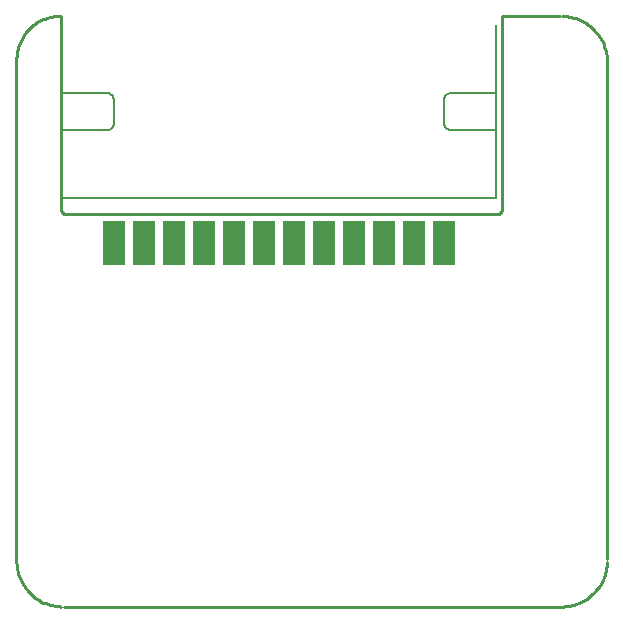
<source format=gbp>
G75*
G70*
%OFA0B0*%
%FSLAX24Y24*%
%IPPOS*%
%LPD*%
%AMOC8*
5,1,8,0,0,1.08239X$1,22.5*
%
%ADD10C,0.0100*%
%ADD11C,0.0050*%
%ADD12R,0.0760X0.1500*%
D10*
X001272Y002404D02*
X001272Y002454D01*
X001272Y019014D01*
X001272Y019038D02*
X001273Y019113D01*
X001277Y019188D01*
X001286Y019263D01*
X001298Y019337D01*
X001314Y019410D01*
X001334Y019483D01*
X001358Y019554D01*
X001385Y019624D01*
X001416Y019692D01*
X001450Y019759D01*
X001488Y019824D01*
X001529Y019887D01*
X001573Y019948D01*
X001621Y020006D01*
X001671Y020062D01*
X001724Y020115D01*
X001780Y020165D01*
X001838Y020213D01*
X001899Y020257D01*
X001962Y020298D01*
X002027Y020336D01*
X002094Y020370D01*
X002162Y020401D01*
X002232Y020428D01*
X002303Y020452D01*
X002376Y020472D01*
X002449Y020488D01*
X002523Y020500D01*
X002598Y020509D01*
X002673Y020513D01*
X002748Y020514D01*
X002748Y014018D01*
X002847Y013920D01*
X017365Y013920D01*
X017463Y014018D01*
X017463Y020514D01*
X019382Y020514D01*
X019457Y020514D02*
X019534Y020510D01*
X019611Y020503D01*
X019688Y020492D01*
X019763Y020477D01*
X019838Y020458D01*
X019912Y020436D01*
X019985Y020409D01*
X020056Y020379D01*
X020125Y020346D01*
X020193Y020309D01*
X020259Y020269D01*
X020323Y020225D01*
X020384Y020179D01*
X020443Y020129D01*
X020500Y020077D01*
X020554Y020021D01*
X020605Y019963D01*
X020653Y019903D01*
X020697Y019840D01*
X020739Y019775D01*
X020777Y019708D01*
X020812Y019639D01*
X020843Y019568D01*
X020871Y019496D01*
X020895Y019423D01*
X020916Y019348D01*
X020932Y019273D01*
X020945Y019197D01*
X020954Y019120D01*
X020959Y019043D01*
X020960Y018966D01*
X020957Y018889D01*
X020957Y002404D01*
X020957Y002329D02*
X020953Y002252D01*
X020946Y002175D01*
X020935Y002098D01*
X020920Y002023D01*
X020901Y001948D01*
X020879Y001874D01*
X020852Y001801D01*
X020822Y001730D01*
X020789Y001661D01*
X020752Y001593D01*
X020712Y001527D01*
X020668Y001463D01*
X020622Y001402D01*
X020572Y001343D01*
X020520Y001286D01*
X020464Y001232D01*
X020406Y001181D01*
X020346Y001133D01*
X020283Y001089D01*
X020218Y001047D01*
X020151Y001009D01*
X020082Y000974D01*
X020011Y000943D01*
X019939Y000915D01*
X019866Y000891D01*
X019791Y000870D01*
X019716Y000854D01*
X019640Y000841D01*
X019563Y000832D01*
X019486Y000827D01*
X019409Y000826D01*
X019332Y000829D01*
X019382Y000829D01*
X019332Y000829D02*
X002847Y000829D01*
X002772Y000829D02*
X002695Y000833D01*
X002618Y000840D01*
X002541Y000851D01*
X002466Y000866D01*
X002391Y000885D01*
X002317Y000907D01*
X002244Y000934D01*
X002173Y000964D01*
X002104Y000997D01*
X002036Y001034D01*
X001970Y001074D01*
X001906Y001118D01*
X001845Y001164D01*
X001786Y001214D01*
X001729Y001266D01*
X001675Y001322D01*
X001624Y001380D01*
X001576Y001440D01*
X001532Y001503D01*
X001490Y001568D01*
X001452Y001635D01*
X001417Y001704D01*
X001386Y001775D01*
X001358Y001847D01*
X001334Y001920D01*
X001313Y001995D01*
X001297Y002070D01*
X001284Y002146D01*
X001275Y002223D01*
X001270Y002300D01*
X001269Y002377D01*
X001272Y002454D01*
X020957Y018889D02*
X020957Y018939D01*
D11*
X017272Y017954D02*
X017272Y016704D01*
X015772Y016704D01*
X015742Y016706D01*
X015712Y016711D01*
X015683Y016720D01*
X015656Y016733D01*
X015630Y016748D01*
X015606Y016767D01*
X015585Y016788D01*
X015566Y016812D01*
X015551Y016838D01*
X015538Y016865D01*
X015529Y016894D01*
X015524Y016924D01*
X015522Y016954D01*
X015522Y017704D01*
X015524Y017734D01*
X015529Y017764D01*
X015538Y017793D01*
X015551Y017820D01*
X015566Y017846D01*
X015585Y017870D01*
X015606Y017891D01*
X015630Y017910D01*
X015656Y017925D01*
X015683Y017938D01*
X015712Y017947D01*
X015742Y017952D01*
X015772Y017954D01*
X017272Y017954D01*
X017272Y020204D01*
X017272Y016704D02*
X017272Y014454D01*
X002772Y014454D01*
X002772Y016704D01*
X004272Y016704D01*
X004302Y016706D01*
X004332Y016711D01*
X004361Y016720D01*
X004388Y016733D01*
X004414Y016748D01*
X004438Y016767D01*
X004459Y016788D01*
X004478Y016812D01*
X004493Y016838D01*
X004506Y016865D01*
X004515Y016894D01*
X004520Y016924D01*
X004522Y016954D01*
X004522Y017704D01*
X004520Y017734D01*
X004515Y017764D01*
X004506Y017793D01*
X004493Y017820D01*
X004478Y017846D01*
X004459Y017870D01*
X004438Y017891D01*
X004414Y017910D01*
X004388Y017925D01*
X004361Y017938D01*
X004332Y017947D01*
X004302Y017952D01*
X004272Y017954D01*
X002772Y017954D01*
X002772Y016704D01*
D12*
X004522Y012954D03*
X005522Y012954D03*
X006522Y012954D03*
X007522Y012954D03*
X008522Y012954D03*
X009522Y012954D03*
X010522Y012954D03*
X011522Y012954D03*
X012522Y012954D03*
X013522Y012954D03*
X014522Y012954D03*
X015522Y012954D03*
M02*

</source>
